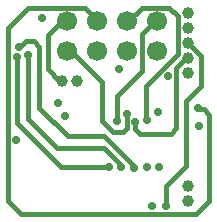
<source format=gbr>
G04 DipTrace 2.4.0.2*
%INInner1.gbr*%
%MOIN*%
%ADD14C,0.0157*%
%ADD17C,0.0394*%
%ADD19C,0.0276*%
%ADD31C,0.0669*%
%FSLAX44Y44*%
G04*
G70*
G90*
G75*
G01*
%LNInner1_Plane*%
%LPD*%
X4449Y9252D2*
D14*
Y7047D1*
X5906Y5591D1*
X7520D1*
X4803Y9331D2*
Y7205D1*
X5787Y6220D1*
X7362D1*
X7913Y5669D1*
Y5591D1*
X8346Y5551D2*
Y5630D1*
X7362Y6614D1*
X6142D1*
X5197Y7559D1*
Y9606D1*
X5000Y9803D1*
X4764D1*
X4528Y9567D1*
Y9606D1*
X9409Y4291D2*
Y4961D1*
X10079Y5630D1*
Y7795D1*
X10591Y8307D1*
Y9307D1*
X10157Y9740D1*
X9102Y10449D2*
Y10520D1*
X8622Y10039D1*
Y8780D1*
X7795Y7953D1*
Y7126D1*
X6102Y10449D2*
Y10630D1*
X5472Y10000D1*
Y8858D1*
X5866Y8465D1*
X5957D1*
X6102Y9449D2*
X6260D1*
X7283Y8425D1*
Y7126D1*
X7638Y6772D1*
X7992D1*
X8110Y6890D1*
Y7362D1*
X10157Y9240D2*
Y9291D1*
X9764Y8898D1*
Y6890D1*
X9567Y6693D1*
X8543D1*
X8386Y6850D1*
Y7087D1*
X8102Y10449D2*
X8165D1*
X8622Y10906D1*
X9528D1*
X9803Y10630D1*
Y9370D1*
X8740Y8307D1*
Y7165D1*
X8780D1*
X7102Y10449D2*
Y10535D1*
X6732Y10906D1*
X4803D1*
X4134Y10236D1*
Y4449D1*
X4567Y4016D1*
X10433D1*
X10866Y4449D1*
Y7323D1*
X10669Y7520D1*
X10512D1*
X10472Y7559D1*
D17*
X10157Y8740D3*
Y9240D3*
Y9740D3*
Y10240D3*
Y10740D3*
D19*
X10472Y7559D3*
X7520Y5591D3*
X7913D3*
X8346Y5551D3*
X8780Y5591D3*
X9173D3*
X7795Y7126D3*
X9409Y4291D3*
X6063Y7283D3*
X5276Y10551D3*
D17*
X6457Y8465D3*
X5957D3*
X10157Y4449D3*
Y4949D3*
D19*
X4409Y6496D3*
D31*
X6102Y9449D3*
Y10449D3*
X7102Y9449D3*
Y10449D3*
X8102Y9449D3*
Y10449D3*
X9102Y9449D3*
Y10449D3*
D19*
X8110Y7362D3*
X8386Y7087D3*
X8780Y7165D3*
X9134Y7441D3*
X4528Y9606D3*
X4449Y9252D3*
X4803Y9331D3*
X10512Y6969D3*
X9488Y8622D3*
X7835Y8858D3*
X5827Y7717D3*
X8937Y4291D3*
M02*

</source>
